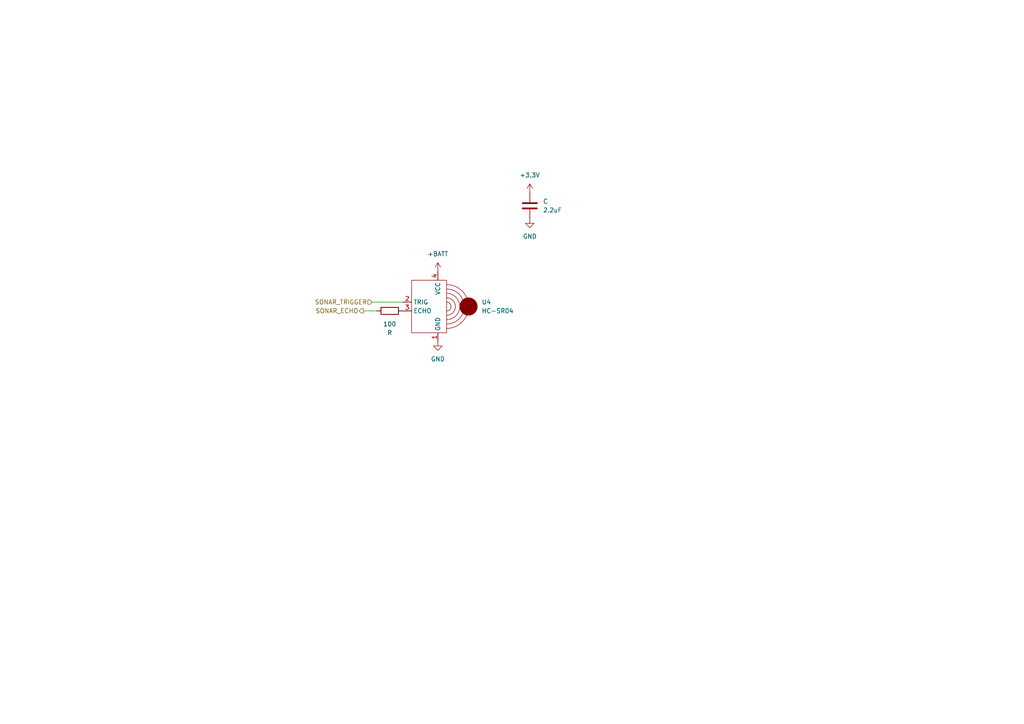
<source format=kicad_sch>
(kicad_sch (version 20230121) (generator eeschema)
  (paper "A4")
  (lib_symbols
    (symbol "Device:C" (pin_numbers hide) (pin_names (offset 0.254))
      (property "Reference" "C" (at 0.635 2.54 0))
      (property "Value" "C" (at 0.635 -2.54 0))
      (symbol "C_0_1"
        (polyline (pts (xy -2.032 -0.762) (xy 2.032 -0.762)) (stroke (width 0.508)))
        (polyline (pts (xy -2.032 0.762) (xy 2.032 0.762)) (stroke (width 0.508)))
      )
      (symbol "C_1_1"
        (pin passive line (at 0 3.81 270) (length 2.794) (name "~") (number "1"))
        (pin passive line (at 0 -3.81 90) (length 2.794) (name "~") (number "2"))
      )
    )
    (symbol "Device:R" (pin_numbers hide) (pin_names (offset 0))
      (property "Reference" "R" (at 2.032 0 90))
      (property "Value" "R" (at 0 0 90))
      (symbol "R_0_1"
        (rectangle (start -1.016 -2.54) (end 1.016 2.54) (stroke (width 0.254)))
      )
      (symbol "R_1_1"
        (pin passive line (at 0 3.81 270) (length 1.27) (name "~") (number "1"))
        (pin passive line (at 0 -3.81 90) (length 1.27) (name "~") (number "2"))
      )
    )
    (symbol "minimouse:HC-SR04"
      (property "Reference" "U" (at 0 0 0))
      (property "Value" "HC-SR04" (at 0 0 0))
      (symbol "HC-SR04_0_1"
        (rectangle (start -7.62 7.62) (end 2.54 -7.62))
        (arc (start 2.54 -6.35) (mid 7.0301 -4.4901) (end 8.89 0))
        (arc (start 2.54 -5.08) (mid 6.1321 -3.5921) (end 7.62 0))
        (arc (start 2.54 -3.81) (mid 5.2341 -2.6941) (end 6.35 0))
        (arc (start 2.54 -2.54) (mid 4.3361 -1.7961) (end 5.08 0))
        (arc (start 2.54 -1.27) (mid 3.438 -0.898) (end 3.81 0))
        (arc (start 3.81 0) (mid 3.438 0.898) (end 2.54 1.27))
        (arc (start 5.08 0) (mid 4.3361 1.7961) (end 2.54 2.54))
        (arc (start 6.35 0) (mid 5.2341 2.6941) (end 2.54 3.81))
        (arc (start 7.62 0) (mid 6.1321 3.5921) (end 2.54 5.08))
        (arc (start 8.89 0) (mid 7.0301 4.4901) (end 2.54 6.35))
      )
      (symbol "HC-SR04_1_1"
        (circle (center 8.89 0) (radius 2.54) (fill (type outline)))
        (pin power_in line (at 0 -10.16 90) (length 2.54) (name "GND") (number "1"))
        (pin input line (at -10.16 1.27 0) (length 2.54) (name "TRIG") (number "2"))
        (pin output line (at -10.16 -1.27 0) (length 2.54) (name "ECHO") (number "3"))
        (pin power_in line (at 0 10.16 270) (length 2.54) (name "VCC") (number "4"))
      )
    )
    (symbol "power:+3.3V" (power) (pin_names (offset 0))
      (property "Value" "+3.3V" (at 0 3.556 0))
      (symbol "+3.3V_0_1"
        (polyline (pts (xy -0.762 1.27) (xy 0 2.54)))
        (polyline (pts (xy 0 0) (xy 0 2.54)))
        (polyline (pts (xy 0 2.54) (xy 0.762 1.27)))
      )
      (symbol "+3.3V_1_1"
        (pin power_in line (at 0 0 90) (length 0) hide (name "+3.3V") (number "1"))
      )
    )
    (symbol "power:+BATT" (power) (pin_names (offset 0))
      (property "Value" "+BATT" (at 0 3.556 0))
      (symbol "+BATT_0_1"
        (polyline (pts (xy -0.762 1.27) (xy 0 2.54)))
        (polyline (pts (xy 0 0) (xy 0 2.54)))
        (polyline (pts (xy 0 2.54) (xy 0.762 1.27)))
      )
      (symbol "+BATT_1_1"
        (pin power_in line (at 0 0 90) (length 0) hide (name "+BATT") (number "1"))
      )
    )
    (symbol "power:GND" (power) (pin_names (offset 0))
      (property "Value" "GND" (at 0 -3.81 0))
      (symbol "GND_0_1"
        (polyline (pts (xy 0 0) (xy 0 -1.27) (xy 1.27 -1.27) (xy 0 -2.54) (xy -1.27 -1.27) (xy 0 -1.27)))
      )
      (symbol "GND_1_1"
        (pin power_in line (at 0 0 270) (length 0) hide (name "GND") (number "1"))
      )
    )
  )
  (wire (pts (xy 105.41 90.17) (xy 109.22 90.17)))
  (wire (pts (xy 107.95 87.63) (xy 116.84 87.63)))
  (hierarchical_label "SONAR_TRIGGER" (shape input) (at 107.95 87.63 180))
  (hierarchical_label "SONAR_ECHO" (shape output) (at 105.41 90.17 180))
  (symbol (lib_id "Device:R") (at 113.03 90.17 90) (mirror x) (unit 1)
    (property "Reference" "R" (at 113.03 96.52 90))
    (property "Value" "100" (at 113.03 93.98 90))
  )
  (symbol (lib_id "power:GND") (at 153.67 63.5 0) (unit 1)
    (property "Reference" "#PWR031" (effects hide))
    (property "Value" "GND" (at 153.67 68.58 0))
  )
  (symbol (lib_id "power:+BATT") (at 127 78.74 0) (unit 1)
    (property "Reference" "#PWR028" (effects hide))
    (property "Value" "+BATT" (at 127 73.66 0))
  )
  (symbol (lib_id "power:+3.3V") (at 153.67 55.88 0) (unit 1)
    (property "Reference" "#PWR030" (effects hide))
    (property "Value" "+3.3V" (at 153.67 50.8 0))
  )
  (symbol (lib_id "power:GND") (at 127 99.06 0) (unit 1)
    (property "Reference" "#PWR029" (effects hide))
    (property "Value" "GND" (at 127 104.14 0))
  )
  (symbol (lib_id "minimouse:HC-SR04") (at 127 88.9 0) (unit 1)
    (property "Reference" "U4" (at 139.7 87.63 0) (effects (justify left)))
    (property "Value" "HC-SR04" (at 139.7 90.17 0) (effects (justify left)))
    (property "Footprint" "minimouse:HC-SR04" (effects hide))
  )
  (symbol (lib_id "Device:C") (at 153.67 59.69 0) (unit 1)
    (property "Reference" "C" (at 157.48 58.42 0) (effects (justify left)))
    (property "Value" "2.2uF" (at 157.48 60.96 0) (effects (justify left)))
  )
)
</source>
